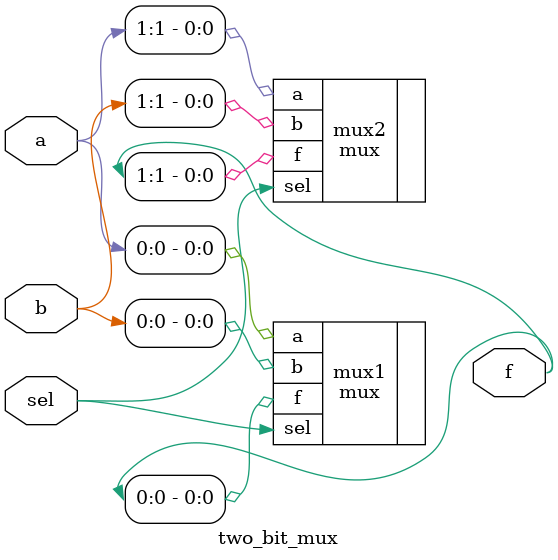
<source format=sv>
module two_bit_mux
    (
        input logic[0:1] a , b ,
        input logic sel,
        output logic[0:1] f
    ) ;

    mux mux1(.a(a[0]), .b(b[0]), .sel(sel), .f(f[0]));
    mux mux2(.a(a[1]), .b(b[1]), .sel(sel), .f(f[1]));
endmodule
</source>
